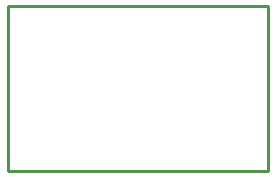
<source format=gko>
G04 Layer: BoardOutlineLayer*
G04 EasyEDA v6.4.31, 2022-01-29 17:29:22*
G04 67aa8dcb152247358fa929708868e3bd,10*
G04 Gerber Generator version 0.2*
G04 Scale: 100 percent, Rotated: No, Reflected: No *
G04 Dimensions in millimeters *
G04 leading zeros omitted , absolute positions ,4 integer and 5 decimal *
%FSLAX45Y45*%
%MOMM*%

%ADD10C,0.2540*%
D10*
X700001Y4800000D02*
G01*
X2899999Y4800000D01*
X2899999Y3400000D01*
X700001Y3400000D01*
X700001Y4800000D01*

%LPD*%
M02*

</source>
